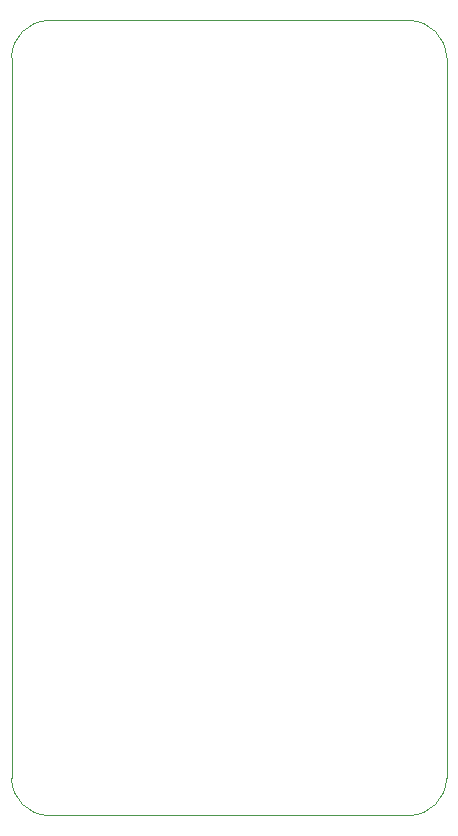
<source format=gbr>
%TF.GenerationSoftware,KiCad,Pcbnew,7.0.10-7.0.10~ubuntu22.04.1*%
%TF.CreationDate,2024-07-06T10:43:03+02:00*%
%TF.ProjectId,hardware,68617264-7761-4726-952e-6b696361645f,rev?*%
%TF.SameCoordinates,Original*%
%TF.FileFunction,Profile,NP*%
%FSLAX46Y46*%
G04 Gerber Fmt 4.6, Leading zero omitted, Abs format (unit mm)*
G04 Created by KiCad (PCBNEW 7.0.10-7.0.10~ubuntu22.04.1) date 2024-07-06 10:43:03*
%MOMM*%
%LPD*%
G01*
G04 APERTURE LIST*
%TA.AperFunction,Profile*%
%ADD10C,0.100000*%
%TD*%
G04 APERTURE END LIST*
D10*
X124244000Y-76835000D02*
G75*
G03*
X121069000Y-80010000I0J-3175000D01*
G01*
X154724000Y-144145000D02*
X124244000Y-144145000D01*
X157899000Y-80010000D02*
X157899000Y-140970000D01*
X121069000Y-140970000D02*
G75*
G03*
X124244000Y-144145000I3175000J0D01*
G01*
X121069000Y-140970000D02*
X121069000Y-80010000D01*
X157899000Y-80010000D02*
G75*
G03*
X154724000Y-76835000I-3175000J0D01*
G01*
X154724000Y-144145000D02*
G75*
G03*
X157899000Y-140970000I0J3175000D01*
G01*
X124244000Y-76835000D02*
X154724000Y-76835000D01*
M02*

</source>
